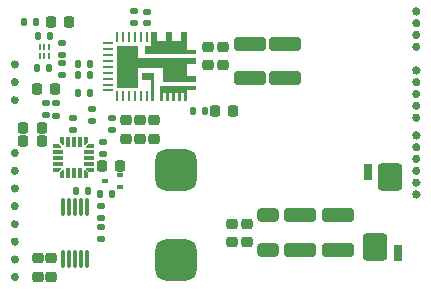
<source format=gbr>
%TF.GenerationSoftware,KiCad,Pcbnew,7.0.9*%
%TF.CreationDate,2024-04-04T22:54:04+08:00*%
%TF.ProjectId,power_module_v0.1,706f7765-725f-46d6-9f64-756c655f7630,rev?*%
%TF.SameCoordinates,Original*%
%TF.FileFunction,Paste,Top*%
%TF.FilePolarity,Positive*%
%FSLAX46Y46*%
G04 Gerber Fmt 4.6, Leading zero omitted, Abs format (unit mm)*
G04 Created by KiCad (PCBNEW 7.0.9) date 2024-04-04 22:54:04*
%MOMM*%
%LPD*%
G01*
G04 APERTURE LIST*
G04 Aperture macros list*
%AMRoundRect*
0 Rectangle with rounded corners*
0 $1 Rounding radius*
0 $2 $3 $4 $5 $6 $7 $8 $9 X,Y pos of 4 corners*
0 Add a 4 corners polygon primitive as box body*
4,1,4,$2,$3,$4,$5,$6,$7,$8,$9,$2,$3,0*
0 Add four circle primitives for the rounded corners*
1,1,$1+$1,$2,$3*
1,1,$1+$1,$4,$5*
1,1,$1+$1,$6,$7*
1,1,$1+$1,$8,$9*
0 Add four rect primitives between the rounded corners*
20,1,$1+$1,$2,$3,$4,$5,0*
20,1,$1+$1,$4,$5,$6,$7,0*
20,1,$1+$1,$6,$7,$8,$9,0*
20,1,$1+$1,$8,$9,$2,$3,0*%
%AMOutline4P*
0 Free polygon, 4 corners , with rotation*
0 The origin of the aperture is its center*
0 number of corners: always 4*
0 $1 to $8 corner X, Y*
0 $9 Rotation angle, in degrees counterclockwise*
0 create outline with 4 corners*
4,1,4,$1,$2,$3,$4,$5,$6,$7,$8,$1,$2,$9*%
%AMOutline5P*
0 Free polygon, 5 corners , with rotation*
0 The origin of the aperture is its center*
0 number of corners: always 5*
0 $1 to $10 corner X, Y*
0 $11 Rotation angle, in degrees counterclockwise*
0 create outline with 5 corners*
4,1,5,$1,$2,$3,$4,$5,$6,$7,$8,$9,$10,$1,$2,$11*%
%AMOutline6P*
0 Free polygon, 6 corners , with rotation*
0 The origin of the aperture is its center*
0 number of corners: always 6*
0 $1 to $12 corner X, Y*
0 $13 Rotation angle, in degrees counterclockwise*
0 create outline with 6 corners*
4,1,6,$1,$2,$3,$4,$5,$6,$7,$8,$9,$10,$11,$12,$1,$2,$13*%
%AMOutline7P*
0 Free polygon, 7 corners , with rotation*
0 The origin of the aperture is its center*
0 number of corners: always 7*
0 $1 to $14 corner X, Y*
0 $15 Rotation angle, in degrees counterclockwise*
0 create outline with 7 corners*
4,1,7,$1,$2,$3,$4,$5,$6,$7,$8,$9,$10,$11,$12,$13,$14,$1,$2,$15*%
%AMOutline8P*
0 Free polygon, 8 corners , with rotation*
0 The origin of the aperture is its center*
0 number of corners: always 8*
0 $1 to $16 corner X, Y*
0 $17 Rotation angle, in degrees counterclockwise*
0 create outline with 8 corners*
4,1,8,$1,$2,$3,$4,$5,$6,$7,$8,$9,$10,$11,$12,$13,$14,$15,$16,$1,$2,$17*%
G04 Aperture macros list end*
%ADD10C,0.379138*%
%ADD11C,0.375000*%
%ADD12RoundRect,0.140000X0.140000X0.170000X-0.140000X0.170000X-0.140000X-0.170000X0.140000X-0.170000X0*%
%ADD13RoundRect,0.135000X-0.185000X0.135000X-0.185000X-0.135000X0.185000X-0.135000X0.185000X0.135000X0*%
%ADD14RoundRect,0.225000X-0.225000X-0.250000X0.225000X-0.250000X0.225000X0.250000X-0.225000X0.250000X0*%
%ADD15RoundRect,0.875000X-0.875000X-0.875000X0.875000X-0.875000X0.875000X0.875000X-0.875000X0.875000X0*%
%ADD16RoundRect,0.225000X-0.250000X0.225000X-0.250000X-0.225000X0.250000X-0.225000X0.250000X0.225000X0*%
%ADD17RoundRect,0.135000X0.185000X-0.135000X0.185000X0.135000X-0.185000X0.135000X-0.185000X-0.135000X0*%
%ADD18RoundRect,0.225000X0.225000X0.250000X-0.225000X0.250000X-0.225000X-0.250000X0.225000X-0.250000X0*%
%ADD19RoundRect,0.250000X-1.100000X0.325000X-1.100000X-0.325000X1.100000X-0.325000X1.100000X0.325000X0*%
%ADD20RoundRect,0.135000X-0.135000X-0.185000X0.135000X-0.185000X0.135000X0.185000X-0.135000X0.185000X0*%
%ADD21RoundRect,0.250000X1.100000X-0.325000X1.100000X0.325000X-1.100000X0.325000X-1.100000X-0.325000X0*%
%ADD22RoundRect,0.075000X-0.075000X0.650000X-0.075000X-0.650000X0.075000X-0.650000X0.075000X0.650000X0*%
%ADD23R,0.510000X0.400000*%
%ADD24RoundRect,0.250000X0.650000X-0.325000X0.650000X0.325000X-0.650000X0.325000X-0.650000X-0.325000X0*%
%ADD25RoundRect,0.243600X-0.771400X0.901400X-0.771400X-0.901400X0.771400X-0.901400X0.771400X0.901400X0*%
%ADD26RoundRect,0.091200X-0.288800X0.608800X-0.288800X-0.608800X0.288800X-0.608800X0.288800X0.608800X0*%
%ADD27RoundRect,0.190000X-0.190000X0.510000X-0.190000X-0.510000X0.190000X-0.510000X0.190000X0.510000X0*%
%ADD28RoundRect,0.225000X0.250000X-0.225000X0.250000X0.225000X-0.250000X0.225000X-0.250000X-0.225000X0*%
%ADD29R,0.508000X0.812800*%
%ADD30R,0.254000X0.812800*%
%ADD31R,0.812800X0.254000*%
%ADD32R,0.812800X0.304800*%
%ADD33R,0.812800X0.508000*%
%ADD34RoundRect,0.140000X-0.170000X0.140000X-0.170000X-0.140000X0.170000X-0.140000X0.170000X0.140000X0*%
%ADD35R,0.280000X0.530000*%
%ADD36RoundRect,0.135000X0.135000X0.185000X-0.135000X0.185000X-0.135000X-0.185000X0.135000X-0.185000X0*%
%ADD37Outline5P,-0.175000X0.300000X0.175000X0.300000X0.175000X-0.125000X0.000000X-0.300000X-0.175000X-0.300000X90.000000*%
%ADD38Outline4P,-0.175000X-0.400000X0.175000X-0.400000X0.175000X0.400000X-0.175000X0.400000X270.000000*%
%ADD39Outline5P,-0.300000X0.000000X-0.125000X0.175000X0.300000X0.175000X0.300000X-0.175000X-0.300000X-0.175000X180.000000*%
%ADD40Outline5P,-0.175000X0.125000X0.000000X0.300000X0.175000X0.300000X0.175000X-0.300000X-0.175000X-0.300000X0.000000*%
%ADD41Outline4P,-0.175000X-0.400000X0.175000X-0.400000X0.175000X0.400000X-0.175000X0.400000X180.000000*%
%ADD42Outline5P,-0.175000X0.300000X0.175000X0.300000X0.175000X-0.300000X0.000000X-0.300000X-0.175000X-0.125000X180.000000*%
%ADD43Outline5P,-0.175000X0.300000X0.175000X0.300000X0.175000X-0.125000X0.000000X-0.300000X-0.175000X-0.300000X270.000000*%
%ADD44Outline5P,-0.175000X0.300000X0.175000X0.300000X0.175000X-0.300000X0.000000X-0.300000X-0.175000X-0.125000X270.000000*%
%ADD45Outline5P,-0.175000X0.125000X0.000000X0.300000X0.175000X0.300000X0.175000X-0.300000X-0.175000X-0.300000X180.000000*%
%ADD46Outline5P,-0.175000X0.300000X0.000000X0.300000X0.175000X0.125000X0.175000X-0.300000X-0.175000X-0.300000X180.000000*%
G04 APERTURE END LIST*
D10*
X150789569Y-90500000D02*
G75*
G03*
X150789569Y-90500000I-189569J0D01*
G01*
X150789569Y-91500000D02*
G75*
G03*
X150789569Y-91500000I-189569J0D01*
G01*
X150789569Y-92500000D02*
G75*
G03*
X150789569Y-92500000I-189569J0D01*
G01*
X150789569Y-93500000D02*
G75*
G03*
X150789569Y-93500000I-189569J0D01*
G01*
X150789569Y-95500000D02*
G75*
G03*
X150789569Y-95500000I-189569J0D01*
G01*
X150789569Y-96500000D02*
G75*
G03*
X150789569Y-96500000I-189569J0D01*
G01*
X150789569Y-97500000D02*
G75*
G03*
X150789569Y-97500000I-189569J0D01*
G01*
X150789569Y-98500000D02*
G75*
G03*
X150789569Y-98500000I-189569J0D01*
G01*
X150789569Y-99500000D02*
G75*
G03*
X150789569Y-99500000I-189569J0D01*
G01*
X150789569Y-101000000D02*
G75*
G03*
X150789569Y-101000000I-189569J0D01*
G01*
X150789569Y-102000000D02*
G75*
G03*
X150789569Y-102000000I-189569J0D01*
G01*
X150789569Y-103000000D02*
G75*
G03*
X150789569Y-103000000I-189569J0D01*
G01*
X150789569Y-104000000D02*
G75*
G03*
X150789569Y-104000000I-189569J0D01*
G01*
X150789569Y-105000000D02*
G75*
G03*
X150789569Y-105000000I-189569J0D01*
G01*
X150789569Y-106000000D02*
G75*
G03*
X150789569Y-106000000I-189569J0D01*
G01*
X116789569Y-113000000D02*
G75*
G03*
X116789569Y-113000000I-189569J0D01*
G01*
X116789569Y-111500000D02*
G75*
G03*
X116789569Y-111500000I-189569J0D01*
G01*
X116789569Y-110000000D02*
G75*
G03*
X116789569Y-110000000I-189569J0D01*
G01*
X116789569Y-108500000D02*
G75*
G03*
X116789569Y-108500000I-189569J0D01*
G01*
X116789569Y-107000000D02*
G75*
G03*
X116789569Y-107000000I-189569J0D01*
G01*
X116789569Y-105500000D02*
G75*
G03*
X116789569Y-105500000I-189569J0D01*
G01*
X116789569Y-104000000D02*
G75*
G03*
X116789569Y-104000000I-189569J0D01*
G01*
X116789569Y-102500000D02*
G75*
G03*
X116789569Y-102500000I-189569J0D01*
G01*
X116789569Y-95000000D02*
G75*
G03*
X116789569Y-95000000I-189569J0D01*
G01*
X116789569Y-96500000D02*
G75*
G03*
X116789569Y-96500000I-189569J0D01*
G01*
X116789569Y-98000000D02*
G75*
G03*
X116789569Y-98000000I-189569J0D01*
G01*
X116789569Y-96500000D02*
G75*
G03*
X116789569Y-96500000I-189569J0D01*
G01*
X116789569Y-95000000D02*
G75*
G03*
X116789569Y-95000000I-189569J0D01*
G01*
D11*
X150787500Y-104000000D02*
G75*
G03*
X150787500Y-104000000I-187500J0D01*
G01*
X150787500Y-91500000D02*
G75*
G03*
X150787500Y-91500000I-187500J0D01*
G01*
X116787500Y-111500000D02*
G75*
G03*
X116787500Y-111500000I-187500J0D01*
G01*
X150787500Y-90500000D02*
G75*
G03*
X150787500Y-90500000I-187500J0D01*
G01*
X150787500Y-103000000D02*
G75*
G03*
X150787500Y-103000000I-187500J0D01*
G01*
X116787500Y-113000000D02*
G75*
G03*
X116787500Y-113000000I-187500J0D01*
G01*
X150787500Y-102000000D02*
G75*
G03*
X150787500Y-102000000I-187500J0D01*
G01*
X150787500Y-97500000D02*
G75*
G03*
X150787500Y-97500000I-187500J0D01*
G01*
X150787500Y-105000000D02*
G75*
G03*
X150787500Y-105000000I-187500J0D01*
G01*
X116787500Y-110000000D02*
G75*
G03*
X116787500Y-110000000I-187500J0D01*
G01*
X150787500Y-106000000D02*
G75*
G03*
X150787500Y-106000000I-187500J0D01*
G01*
X116787500Y-105500000D02*
G75*
G03*
X116787500Y-105500000I-187500J0D01*
G01*
X150787500Y-96500000D02*
G75*
G03*
X150787500Y-96500000I-187500J0D01*
G01*
X150787500Y-95500000D02*
G75*
G03*
X150787500Y-95500000I-187500J0D01*
G01*
X116787500Y-102500000D02*
G75*
G03*
X116787500Y-102500000I-187500J0D01*
G01*
X116787500Y-98000000D02*
G75*
G03*
X116787500Y-98000000I-187500J0D01*
G01*
X150787500Y-92500000D02*
G75*
G03*
X150787500Y-92500000I-187500J0D01*
G01*
X116787500Y-104000000D02*
G75*
G03*
X116787500Y-104000000I-187500J0D01*
G01*
X150787500Y-101000000D02*
G75*
G03*
X150787500Y-101000000I-187500J0D01*
G01*
X116787500Y-95000000D02*
G75*
G03*
X116787500Y-95000000I-187500J0D01*
G01*
X116787500Y-108500000D02*
G75*
G03*
X116787500Y-108500000I-187500J0D01*
G01*
X150787500Y-99500000D02*
G75*
G03*
X150787500Y-99500000I-187500J0D01*
G01*
X116787500Y-96500000D02*
G75*
G03*
X116787500Y-96500000I-187500J0D01*
G01*
X116787500Y-107000000D02*
G75*
G03*
X116787500Y-107000000I-187500J0D01*
G01*
X150787500Y-93500000D02*
G75*
G03*
X150787500Y-93500000I-187500J0D01*
G01*
X150787500Y-98500000D02*
G75*
G03*
X150787500Y-98500000I-187500J0D01*
G01*
%TO.C,U2*%
G36*
X128406400Y-98108300D02*
G01*
X128152400Y-98108300D01*
X128152400Y-96315060D01*
X127339600Y-96315060D01*
X127339600Y-95705460D01*
X128406400Y-95705460D01*
X128406400Y-98108300D01*
G37*
G36*
X127029720Y-94476100D02*
G01*
X131911600Y-94476100D01*
X131911600Y-94984100D01*
X131154680Y-94984100D01*
X131154680Y-95946760D01*
X131911600Y-95946760D01*
X131911600Y-96454760D01*
X129109980Y-96454760D01*
X129109980Y-95306680D01*
X127029720Y-95306680D01*
X127029720Y-96952600D01*
X125251720Y-96952600D01*
X125251720Y-93447400D01*
X127029720Y-93447400D01*
X127029720Y-94476100D01*
G37*
G36*
X128652780Y-93013060D02*
G01*
X129397000Y-93013060D01*
X129397000Y-92291700D01*
X129905000Y-92291700D01*
X129905000Y-93013060D01*
X130646680Y-93013060D01*
X130646680Y-92291700D01*
X131154680Y-92291700D01*
X131154680Y-93818240D01*
X131911600Y-93818240D01*
X131911600Y-94123040D01*
X127629160Y-94123040D01*
X127629160Y-93449940D01*
X128144780Y-93449940D01*
X128144780Y-92291700D01*
X128652780Y-92291700D01*
X128652780Y-93013060D01*
G37*
G36*
X131911600Y-97153260D02*
G01*
X131152140Y-97153260D01*
X131152140Y-98108300D01*
X130898140Y-98108300D01*
X130898140Y-97402180D01*
X130651760Y-97402180D01*
X130651760Y-98108300D01*
X130397760Y-98108300D01*
X130397760Y-97402180D01*
X130151380Y-97402180D01*
X130151380Y-98108300D01*
X129897380Y-98108300D01*
X129897380Y-97402180D01*
X129651000Y-97402180D01*
X129651000Y-98108300D01*
X129397000Y-98108300D01*
X129397000Y-97402180D01*
X129153160Y-97402180D01*
X129153160Y-98108300D01*
X128899160Y-98108300D01*
X128899160Y-96848460D01*
X131911600Y-96848460D01*
X131911600Y-97153260D01*
G37*
%TD*%
D12*
%TO.C,C8*%
X118380000Y-91400000D03*
X117420000Y-91400000D03*
%TD*%
D13*
%TO.C,R6*%
X126700000Y-90490000D03*
X126700000Y-91510000D03*
%TD*%
D14*
%TO.C,C21*%
X133525000Y-98900000D03*
X135075000Y-98900000D03*
%TD*%
D13*
%TO.C,R12*%
X120600000Y-93190000D03*
X120600000Y-94210000D03*
%TD*%
D15*
%TO.C,L1*%
X130250000Y-103950000D03*
X130250000Y-111550000D03*
%TD*%
D16*
%TO.C,C16*%
X133000000Y-93525000D03*
X133000000Y-95075000D03*
%TD*%
D17*
%TO.C,R7*%
X124800000Y-100510000D03*
X124800000Y-99490000D03*
%TD*%
D18*
%TO.C,C22*%
X118875000Y-101500000D03*
X117325000Y-101500000D03*
%TD*%
D19*
%TO.C,C14*%
X136500000Y-93225000D03*
X136500000Y-96175000D03*
%TD*%
D14*
%TO.C,C7*%
X119675000Y-91400000D03*
X121225000Y-91400000D03*
%TD*%
D20*
%TO.C,R5*%
X121990000Y-95000000D03*
X123010000Y-95000000D03*
%TD*%
D16*
%TO.C,C23*%
X118600000Y-111425000D03*
X118600000Y-112975000D03*
%TD*%
D21*
%TO.C,C10*%
X140750000Y-110725000D03*
X140750000Y-107775000D03*
%TD*%
D22*
%TO.C,U3*%
X122700000Y-107100000D03*
X122200000Y-107100000D03*
X121700000Y-107100000D03*
X121200000Y-107100000D03*
X120700000Y-107100000D03*
X120700000Y-111500000D03*
X121200000Y-111500000D03*
X121700000Y-111500000D03*
X122200000Y-111500000D03*
X122700000Y-111500000D03*
%TD*%
D23*
%TO.C,Q1*%
X125495000Y-105350000D03*
X125495000Y-104350000D03*
X124205000Y-104850000D03*
%TD*%
D17*
%TO.C,R17*%
X123900000Y-108010000D03*
X123900000Y-106990000D03*
%TD*%
%TO.C,R15*%
X123100000Y-99810000D03*
X123100000Y-98790000D03*
%TD*%
D13*
%TO.C,C1*%
X120100000Y-98300000D03*
X120100000Y-99320000D03*
%TD*%
D24*
%TO.C,C6*%
X138000000Y-110725000D03*
X138000000Y-107775000D03*
%TD*%
D19*
%TO.C,C13*%
X139500000Y-93225000D03*
X139500000Y-96175000D03*
%TD*%
D25*
%TO.C,R9*%
X148385000Y-104515000D03*
D26*
X146480000Y-104070000D03*
D27*
X149020000Y-110930000D03*
D25*
X147115000Y-110485000D03*
%TD*%
D18*
%TO.C,C11*%
X118875000Y-100400000D03*
X117325000Y-100400000D03*
%TD*%
D28*
%TO.C,C3*%
X126000000Y-101275000D03*
X126000000Y-99725000D03*
%TD*%
D17*
%TO.C,R18*%
X123900000Y-109810000D03*
X123900000Y-108790000D03*
%TD*%
D16*
%TO.C,C15*%
X134250000Y-93525000D03*
X134250000Y-95075000D03*
%TD*%
D21*
%TO.C,C12*%
X144000000Y-110725000D03*
X144000000Y-107775000D03*
%TD*%
D20*
%TO.C,R3*%
X121990000Y-97400000D03*
X123010000Y-97400000D03*
%TD*%
D17*
%TO.C,R1*%
X119220000Y-99310000D03*
X119220000Y-98290000D03*
%TD*%
D13*
%TO.C,R16*%
X124100000Y-101590000D03*
X124100000Y-102610000D03*
%TD*%
D20*
%TO.C,R10*%
X121790000Y-105750000D03*
X122810000Y-105750000D03*
%TD*%
D28*
%TO.C,C5*%
X135000000Y-110025000D03*
X135000000Y-108475000D03*
%TD*%
D14*
%TO.C,C20*%
X118500000Y-97100000D03*
X120050000Y-97100000D03*
%TD*%
D28*
%TO.C,C9*%
X136250000Y-110025000D03*
X136250000Y-108475000D03*
%TD*%
D29*
%TO.C,U2*%
X130900680Y-92698100D03*
X129651000Y-92698100D03*
X128398780Y-92698100D03*
D30*
X127779020Y-92698100D03*
X127281180Y-92698100D03*
X126780800Y-92698100D03*
X126280420Y-92698100D03*
X125780040Y-92698100D03*
X125279660Y-92698100D03*
D31*
X124494800Y-93201020D03*
X124494800Y-93698860D03*
X124494800Y-94199240D03*
X124494800Y-94699620D03*
X124494800Y-95200000D03*
X124494800Y-95700380D03*
X124494800Y-96200760D03*
X124494800Y-96701140D03*
X124494800Y-97198980D03*
D30*
X125279660Y-97701900D03*
X125780040Y-97701900D03*
X126280420Y-97701900D03*
X126780800Y-97701900D03*
X127281180Y-97701900D03*
X127779020Y-97701900D03*
X128279400Y-97701900D03*
X129026160Y-97701900D03*
X129524000Y-97701900D03*
X130024380Y-97701900D03*
X130524760Y-97701900D03*
X131025140Y-97701900D03*
D32*
X131505200Y-97000860D03*
D33*
X131505200Y-96200760D03*
X131505200Y-94730100D03*
D32*
X131505200Y-93970640D03*
%TD*%
D20*
%TO.C,C19*%
X118490000Y-95300000D03*
X119510000Y-95300000D03*
%TD*%
D28*
%TO.C,C2*%
X128400000Y-101275000D03*
X128400000Y-99725000D03*
%TD*%
D16*
%TO.C,C18*%
X127200000Y-99725000D03*
X127200000Y-101275000D03*
%TD*%
D17*
%TO.C,R13*%
X120600000Y-95910000D03*
X120600000Y-94890000D03*
%TD*%
D20*
%TO.C,R8*%
X123840000Y-106000000D03*
X124860000Y-106000000D03*
%TD*%
D14*
%TO.C,C17*%
X124000000Y-103600000D03*
X125550000Y-103600000D03*
%TD*%
D34*
%TO.C,C4*%
X127800000Y-90520000D03*
X127800000Y-91480000D03*
%TD*%
D35*
%TO.C,U4*%
X118700000Y-94268000D03*
X119100000Y-94268000D03*
X119500000Y-94268000D03*
X119500000Y-93532000D03*
X119100000Y-93532000D03*
X118700000Y-93532000D03*
%TD*%
D20*
%TO.C,R14*%
X131690000Y-98900000D03*
X132710000Y-98900000D03*
%TD*%
D13*
%TO.C,R2*%
X121500000Y-99540000D03*
X121500000Y-100560000D03*
%TD*%
D20*
%TO.C,R4*%
X121990000Y-95900000D03*
X123010000Y-95900000D03*
%TD*%
D36*
%TO.C,R11*%
X119610000Y-92600000D03*
X118590000Y-92600000D03*
%TD*%
D16*
%TO.C,C24*%
X119700000Y-111425000D03*
X119700000Y-112975000D03*
%TD*%
D37*
%TO.C,U1*%
X120200000Y-101900000D03*
D38*
X120300000Y-102400000D03*
X120300000Y-102900000D03*
X120300000Y-103400000D03*
D39*
X120200000Y-103900000D03*
D40*
X120600000Y-104300000D03*
D41*
X121100000Y-104200000D03*
X121600000Y-104200000D03*
X122100000Y-104200000D03*
D42*
X122600000Y-104300000D03*
D43*
X123000000Y-103900000D03*
D38*
X122900000Y-103400000D03*
X122900000Y-102900000D03*
X122900000Y-102400000D03*
D44*
X123000000Y-101900000D03*
D45*
X122600000Y-101500000D03*
D41*
X122100000Y-101600000D03*
X121600000Y-101600000D03*
X121100000Y-101600000D03*
D46*
X120600000Y-101500000D03*
%TD*%
M02*

</source>
